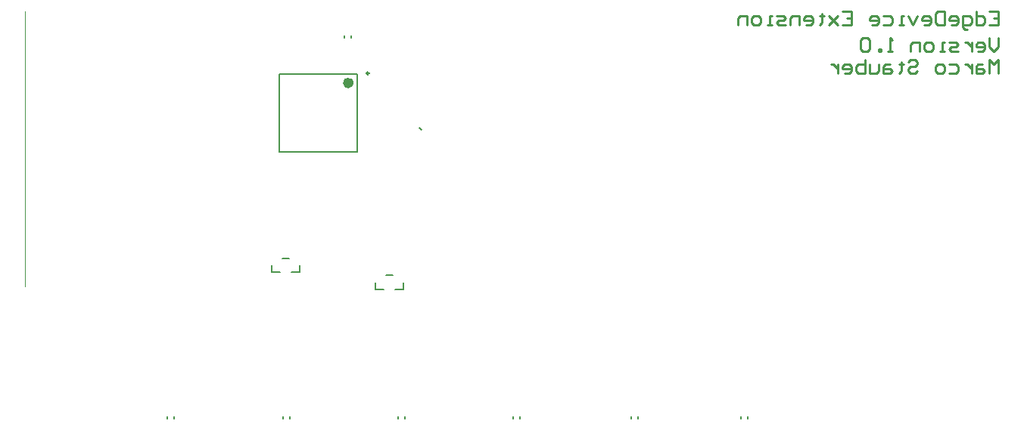
<source format=gbo>
G04*
G04 #@! TF.GenerationSoftware,Altium Limited,Altium NEXUS,2.1.9 (83)*
G04*
G04 Layer_Color=32896*
%FSLAX44Y44*%
%MOMM*%
G71*
G01*
G75*
%ADD10C,0.2500*%
%ADD11C,0.2540*%
%ADD12C,0.6000*%
%ADD14C,0.2000*%
%ADD15C,0.1524*%
%ADD18C,0.1000*%
D10*
X640700Y683060D02*
G03*
X640700Y683060I-1250J0D01*
G01*
D11*
X1335027Y752330D02*
X1345184D01*
Y737094D01*
X1335027D01*
X1345184Y744712D02*
X1340106D01*
X1319792Y752330D02*
Y737094D01*
X1327410D01*
X1329949Y739634D01*
Y744712D01*
X1327410Y747251D01*
X1319792D01*
X1309635Y732016D02*
X1307096D01*
X1304557Y734555D01*
Y747251D01*
X1312175D01*
X1314714Y744712D01*
Y739634D01*
X1312175Y737094D01*
X1304557D01*
X1291861D02*
X1296940D01*
X1299479Y739634D01*
Y744712D01*
X1296940Y747251D01*
X1291861D01*
X1289322Y744712D01*
Y742173D01*
X1299479D01*
X1284244Y752330D02*
Y737094D01*
X1276626D01*
X1274087Y739634D01*
Y749790D01*
X1276626Y752330D01*
X1284244D01*
X1261391Y737094D02*
X1266469D01*
X1269009Y739634D01*
Y744712D01*
X1266469Y747251D01*
X1261391D01*
X1258852Y744712D01*
Y742173D01*
X1269009D01*
X1253774Y747251D02*
X1248695Y737094D01*
X1243617Y747251D01*
X1238539Y737094D02*
X1233460D01*
X1235999D01*
Y747251D01*
X1238539D01*
X1215686D02*
X1223303D01*
X1225843Y744712D01*
Y739634D01*
X1223303Y737094D01*
X1215686D01*
X1202990D02*
X1208068D01*
X1210608Y739634D01*
Y744712D01*
X1208068Y747251D01*
X1202990D01*
X1200451Y744712D01*
Y742173D01*
X1210608D01*
X1169981Y752330D02*
X1180137D01*
Y737094D01*
X1169981D01*
X1180137Y744712D02*
X1175059D01*
X1164902Y747251D02*
X1154746Y737094D01*
X1159824Y742173D01*
X1154746Y747251D01*
X1164902Y737094D01*
X1147128Y749790D02*
Y747251D01*
X1149667D01*
X1144589D01*
X1147128D01*
Y739634D01*
X1144589Y737094D01*
X1129354D02*
X1134432D01*
X1136971Y739634D01*
Y744712D01*
X1134432Y747251D01*
X1129354D01*
X1126815Y744712D01*
Y742173D01*
X1136971D01*
X1121736Y737094D02*
Y747251D01*
X1114119D01*
X1111580Y744712D01*
Y737094D01*
X1106501D02*
X1098884D01*
X1096345Y739634D01*
X1098884Y742173D01*
X1103962D01*
X1106501Y744712D01*
X1103962Y747251D01*
X1096345D01*
X1091266Y737094D02*
X1086188D01*
X1088727D01*
Y747251D01*
X1091266D01*
X1076031Y737094D02*
X1070953D01*
X1068413Y739634D01*
Y744712D01*
X1070953Y747251D01*
X1076031D01*
X1078570Y744712D01*
Y739634D01*
X1076031Y737094D01*
X1063335D02*
Y747251D01*
X1055718D01*
X1053178Y744712D01*
Y737094D01*
X1345184Y722873D02*
Y712716D01*
X1340106Y707638D01*
X1335027Y712716D01*
Y722873D01*
X1322331Y707638D02*
X1327410D01*
X1329949Y710177D01*
Y715256D01*
X1327410Y717795D01*
X1322331D01*
X1319792Y715256D01*
Y712716D01*
X1329949D01*
X1314714Y717795D02*
Y707638D01*
Y712716D01*
X1312175Y715256D01*
X1309635Y717795D01*
X1307096D01*
X1299479Y707638D02*
X1291861D01*
X1289322Y710177D01*
X1291861Y712716D01*
X1296940D01*
X1299479Y715256D01*
X1296940Y717795D01*
X1289322D01*
X1284244Y707638D02*
X1279165D01*
X1281705D01*
Y717795D01*
X1284244D01*
X1269009Y707638D02*
X1263930D01*
X1261391Y710177D01*
Y715256D01*
X1263930Y717795D01*
X1269009D01*
X1271548Y715256D01*
Y710177D01*
X1269009Y707638D01*
X1256313D02*
Y717795D01*
X1248695D01*
X1246156Y715256D01*
Y707638D01*
X1225843D02*
X1220764D01*
X1223303D01*
Y722873D01*
X1225843Y720334D01*
X1213147Y707638D02*
Y710177D01*
X1210608D01*
Y707638D01*
X1213147D01*
X1200451Y720334D02*
X1197912Y722873D01*
X1192833D01*
X1190294Y720334D01*
Y710177D01*
X1192833Y707638D01*
X1197912D01*
X1200451Y710177D01*
Y720334D01*
X1345184Y683260D02*
Y698495D01*
X1340106Y693417D01*
X1335027Y698495D01*
Y683260D01*
X1327410Y693417D02*
X1322331D01*
X1319792Y690878D01*
Y683260D01*
X1327410D01*
X1329949Y685799D01*
X1327410Y688338D01*
X1319792D01*
X1314714Y693417D02*
Y683260D01*
Y688338D01*
X1312175Y690878D01*
X1309635Y693417D01*
X1307096D01*
X1289322D02*
X1296940D01*
X1299479Y690878D01*
Y685799D01*
X1296940Y683260D01*
X1289322D01*
X1281705D02*
X1276626D01*
X1274087Y685799D01*
Y690878D01*
X1276626Y693417D01*
X1281705D01*
X1284244Y690878D01*
Y685799D01*
X1281705Y683260D01*
X1243617Y695956D02*
X1246156Y698495D01*
X1251234D01*
X1253774Y695956D01*
Y693417D01*
X1251234Y690878D01*
X1246156D01*
X1243617Y688338D01*
Y685799D01*
X1246156Y683260D01*
X1251234D01*
X1253774Y685799D01*
X1235999Y695956D02*
Y693417D01*
X1238539D01*
X1233460D01*
X1235999D01*
Y685799D01*
X1233460Y683260D01*
X1223303Y693417D02*
X1218225D01*
X1215686Y690878D01*
Y683260D01*
X1223303D01*
X1225843Y685799D01*
X1223303Y688338D01*
X1215686D01*
X1210608Y693417D02*
Y685799D01*
X1208068Y683260D01*
X1200451D01*
Y693417D01*
X1195372Y698495D02*
Y683260D01*
X1187755D01*
X1185216Y685799D01*
Y688338D01*
Y690878D01*
X1187755Y693417D01*
X1195372D01*
X1172520Y683260D02*
X1177598D01*
X1180137Y685799D01*
Y690878D01*
X1177598Y693417D01*
X1172520D01*
X1169981Y690878D01*
Y688338D01*
X1180137D01*
X1164902Y693417D02*
Y683260D01*
Y688338D01*
X1162363Y690878D01*
X1159824Y693417D01*
X1157285D01*
D12*
X620700Y672310D02*
G03*
X620700Y672310I-3000J0D01*
G01*
D14*
X1064260Y295910D02*
Y298450D01*
X1056640Y295910D02*
Y298450D01*
X941578Y295910D02*
Y298450D01*
X933958Y295910D02*
Y298450D01*
X810006Y295910D02*
Y298450D01*
X802386Y295910D02*
Y298450D01*
X552704Y295910D02*
Y298450D01*
X545084Y295910D02*
Y298450D01*
X422910Y295910D02*
Y298450D01*
X415290Y295910D02*
Y298450D01*
X680720Y295910D02*
Y298450D01*
X673100Y295910D02*
Y298450D01*
X697230Y622300D02*
X699770Y619760D01*
X621030Y722630D02*
Y725170D01*
X613410Y722630D02*
Y725170D01*
X627700Y595310D02*
Y682310D01*
X540700Y595310D02*
Y682310D01*
X627700D01*
X540700Y595310D02*
X627700D01*
D15*
X648096Y441258D02*
Y448699D01*
X670243Y441258D02*
X679636D01*
Y448699D01*
X659993Y456798D02*
X667739D01*
X648096Y441258D02*
X657489D01*
X531600Y460352D02*
Y467793D01*
X553747Y460352D02*
X563140D01*
Y467793D01*
X543497Y475892D02*
X551243D01*
X531600Y460352D02*
X540993D01*
D18*
X255800Y444170D02*
Y752170D01*
M02*

</source>
